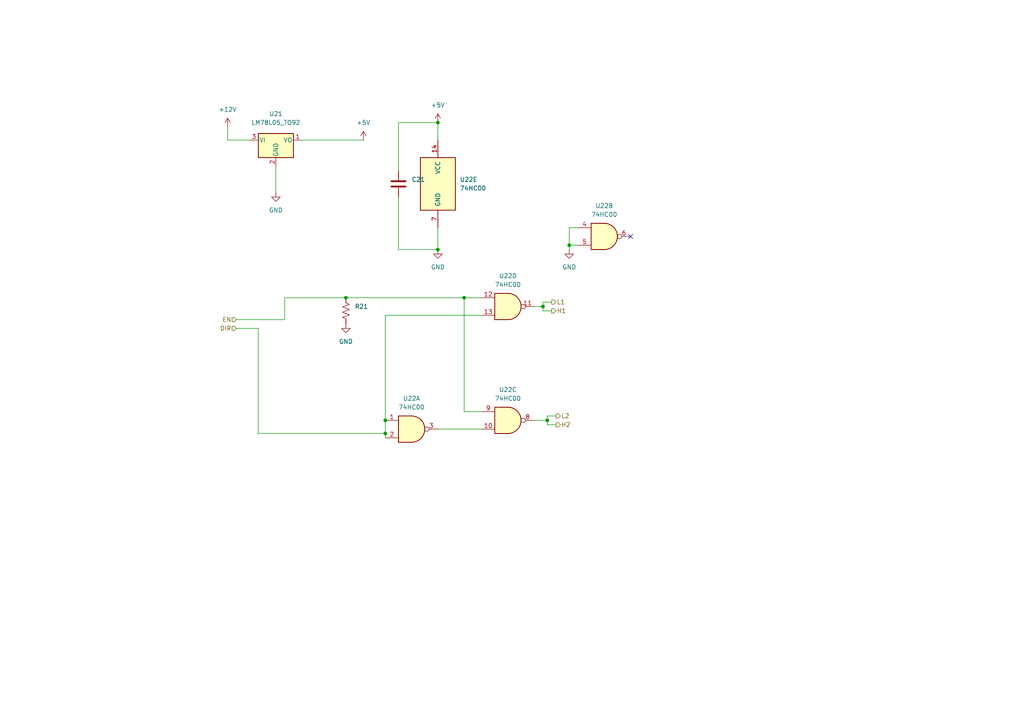
<source format=kicad_sch>
(kicad_sch (version 20211123) (generator eeschema)
  (paper "A4")
  (lib_symbols
    (symbol "74xx:74HC00" (pin_names (offset 1.016))
      (property "Reference" "U" (at 0 1.27 0))
      (property "Value" "74HC00" (at 0 -1.27 0))
      (symbol "74HC00_1_1"
        (arc (start 0 -3.81) (mid 3.81 0) (end 0 3.81) (stroke (width 0.254)) (fill (type background)))
        (polyline (pts (xy 0 3.81) (xy -3.81 3.81) (xy -3.81 -3.81) (xy 0 -3.81)) (stroke (width 0.254)) (fill (type background)))
        (pin input line (at -7.62 2.54 0) (length 3.81) (name "~") (number "1"))
        (pin input line (at -7.62 -2.54 0) (length 3.81) (name "~") (number "2"))
        (pin output inverted (at 7.62 0 180) (length 3.81) (name "~") (number "3"))
      )
      (symbol "74HC00_1_2"
        (arc (start -3.81 -3.81) (mid -2.589 0) (end -3.81 3.81) (stroke (width 0.254)))
        (arc (start -0.6096 -3.81) (mid 2.1842 -2.5851) (end 3.81 0) (stroke (width 0.254)) (fill (type background)))
        (polyline (pts (xy -3.81 -3.81) (xy -0.635 -3.81)) (stroke (width 0.254)) (fill (type background)))
        (polyline (pts (xy -3.81 3.81) (xy -0.635 3.81)) (stroke (width 0.254)) (fill (type background)))
        (polyline (pts (xy -0.635 3.81) (xy -3.81 3.81) (xy -3.81 3.81) (xy -3.556 3.4036) (xy -3.0226 2.2606) (xy -2.6924 1.0414) (xy -2.6162 -0.254) (xy -2.7686 -1.4986) (xy -3.175 -2.7178) (xy -3.81 -3.81) (xy -3.81 -3.81) (xy -0.635 -3.81)) (stroke (width -25.4)) (fill (type background)))
        (arc (start 3.81 0) (mid 2.1915 2.5936) (end -0.6096 3.81) (stroke (width 0.254)) (fill (type background)))
        (pin input inverted (at -7.62 2.54 0) (length 4.318) (name "~") (number "1"))
        (pin input inverted (at -7.62 -2.54 0) (length 4.318) (name "~") (number "2"))
        (pin output line (at 7.62 0 180) (length 3.81) (name "~") (number "3"))
      )
      (symbol "74HC00_2_1"
        (arc (start 0 -3.81) (mid 3.81 0) (end 0 3.81) (stroke (width 0.254)) (fill (type background)))
        (polyline (pts (xy 0 3.81) (xy -3.81 3.81) (xy -3.81 -3.81) (xy 0 -3.81)) (stroke (width 0.254)) (fill (type background)))
        (pin input line (at -7.62 2.54 0) (length 3.81) (name "~") (number "4"))
        (pin input line (at -7.62 -2.54 0) (length 3.81) (name "~") (number "5"))
        (pin output inverted (at 7.62 0 180) (length 3.81) (name "~") (number "6"))
      )
      (symbol "74HC00_2_2"
        (arc (start -3.81 -3.81) (mid -2.589 0) (end -3.81 3.81) (stroke (width 0.254)))
        (arc (start -0.6096 -3.81) (mid 2.1842 -2.5851) (end 3.81 0) (stroke (width 0.254)) (fill (type background)))
        (polyline (pts (xy -3.81 -3.81) (xy -0.635 -3.81)) (stroke (width 0.254)) (fill (type background)))
        (polyline (pts (xy -3.81 3.81) (xy -0.635 3.81)) (stroke (width 0.254)) (fill (type background)))
        (polyline (pts (xy -0.635 3.81) (xy -3.81 3.81) (xy -3.81 3.81) (xy -3.556 3.4036) (xy -3.0226 2.2606) (xy -2.6924 1.0414) (xy -2.6162 -0.254) (xy -2.7686 -1.4986) (xy -3.175 -2.7178) (xy -3.81 -3.81) (xy -3.81 -3.81) (xy -0.635 -3.81)) (stroke (width -25.4)) (fill (type background)))
        (arc (start 3.81 0) (mid 2.1915 2.5936) (end -0.6096 3.81) (stroke (width 0.254)) (fill (type background)))
        (pin input inverted (at -7.62 2.54 0) (length 4.318) (name "~") (number "4"))
        (pin input inverted (at -7.62 -2.54 0) (length 4.318) (name "~") (number "5"))
        (pin output line (at 7.62 0 180) (length 3.81) (name "~") (number "6"))
      )
      (symbol "74HC00_3_1"
        (arc (start 0 -3.81) (mid 3.81 0) (end 0 3.81) (stroke (width 0.254)) (fill (type background)))
        (polyline (pts (xy 0 3.81) (xy -3.81 3.81) (xy -3.81 -3.81) (xy 0 -3.81)) (stroke (width 0.254)) (fill (type background)))
        (pin input line (at -7.62 -2.54 0) (length 3.81) (name "~") (number "10"))
        (pin output inverted (at 7.62 0 180) (length 3.81) (name "~") (number "8"))
        (pin input line (at -7.62 2.54 0) (length 3.81) (name "~") (number "9"))
      )
      (symbol "74HC00_3_2"
        (arc (start -3.81 -3.81) (mid -2.589 0) (end -3.81 3.81) (stroke (width 0.254)))
        (arc (start -0.6096 -3.81) (mid 2.1842 -2.5851) (end 3.81 0) (stroke (width 0.254)) (fill (type background)))
        (polyline (pts (xy -3.81 -3.81) (xy -0.635 -3.81)) (stroke (width 0.254)) (fill (type background)))
        (polyline (pts (xy -3.81 3.81) (xy -0.635 3.81)) (stroke (width 0.254)) (fill (type background)))
        (polyline (pts (xy -0.635 3.81) (xy -3.81 3.81) (xy -3.81 3.81) (xy -3.556 3.4036) (xy -3.0226 2.2606) (xy -2.6924 1.0414) (xy -2.6162 -0.254) (xy -2.7686 -1.4986) (xy -3.175 -2.7178) (xy -3.81 -3.81) (xy -3.81 -3.81) (xy -0.635 -3.81)) (stroke (width -25.4)) (fill (type background)))
        (arc (start 3.81 0) (mid 2.1915 2.5936) (end -0.6096 3.81) (stroke (width 0.254)) (fill (type background)))
        (pin input inverted (at -7.62 -2.54 0) (length 4.318) (name "~") (number "10"))
        (pin output line (at 7.62 0 180) (length 3.81) (name "~") (number "8"))
        (pin input inverted (at -7.62 2.54 0) (length 4.318) (name "~") (number "9"))
      )
      (symbol "74HC00_4_1"
        (arc (start 0 -3.81) (mid 3.81 0) (end 0 3.81) (stroke (width 0.254)) (fill (type background)))
        (polyline (pts (xy 0 3.81) (xy -3.81 3.81) (xy -3.81 -3.81) (xy 0 -3.81)) (stroke (width 0.254)) (fill (type background)))
        (pin output inverted (at 7.62 0 180) (length 3.81) (name "~") (number "11"))
        (pin input line (at -7.62 2.54 0) (length 3.81) (name "~") (number "12"))
        (pin input line (at -7.62 -2.54 0) (length 3.81) (name "~") (number "13"))
      )
      (symbol "74HC00_4_2"
        (arc (start -3.81 -3.81) (mid -2.589 0) (end -3.81 3.81) (stroke (width 0.254)))
        (arc (start -0.6096 -3.81) (mid 2.1842 -2.5851) (end 3.81 0) (stroke (width 0.254)) (fill (type background)))
        (polyline (pts (xy -3.81 -3.81) (xy -0.635 -3.81)) (stroke (width 0.254)) (fill (type background)))
        (polyline (pts (xy -3.81 3.81) (xy -0.635 3.81)) (stroke (width 0.254)) (fill (type background)))
        (polyline (pts (xy -0.635 3.81) (xy -3.81 3.81) (xy -3.81 3.81) (xy -3.556 3.4036) (xy -3.0226 2.2606) (xy -2.6924 1.0414) (xy -2.6162 -0.254) (xy -2.7686 -1.4986) (xy -3.175 -2.7178) (xy -3.81 -3.81) (xy -3.81 -3.81) (xy -0.635 -3.81)) (stroke (width -25.4)) (fill (type background)))
        (arc (start 3.81 0) (mid 2.1915 2.5936) (end -0.6096 3.81) (stroke (width 0.254)) (fill (type background)))
        (pin output line (at 7.62 0 180) (length 3.81) (name "~") (number "11"))
        (pin input inverted (at -7.62 2.54 0) (length 4.318) (name "~") (number "12"))
        (pin input inverted (at -7.62 -2.54 0) (length 4.318) (name "~") (number "13"))
      )
      (symbol "74HC00_5_0"
        (pin power_in line (at 0 12.7 270) (length 5.08) (name "VCC") (number "14"))
        (pin power_in line (at 0 -12.7 90) (length 5.08) (name "GND") (number "7"))
      )
      (symbol "74HC00_5_1"
        (rectangle (start -5.08 7.62) (end 5.08 -7.62) (stroke (width 0.254)) (fill (type background)))
      )
    )
    (symbol "Device:C" (pin_numbers hide) (pin_names (offset 0.254))
      (property "Reference" "C" (at 0.635 2.54 0))
      (property "Value" "C" (at 0.635 -2.54 0))
      (symbol "C_0_1"
        (polyline (pts (xy -2.032 -0.762) (xy 2.032 -0.762)) (stroke (width 0.508)))
        (polyline (pts (xy -2.032 0.762) (xy 2.032 0.762)) (stroke (width 0.508)))
      )
      (symbol "C_1_1"
        (pin passive line (at 0 3.81 270) (length 2.794) (name "~") (number "1"))
        (pin passive line (at 0 -3.81 90) (length 2.794) (name "~") (number "2"))
      )
    )
    (symbol "Device:R_US" (pin_numbers hide) (pin_names (offset 0))
      (property "Reference" "R" (at 2.54 0 90))
      (property "Value" "R_US" (at -2.54 0 90))
      (symbol "R_US_0_1"
        (polyline (pts (xy 0 -2.286) (xy 0 -2.54)))
        (polyline (pts (xy 0 2.286) (xy 0 2.54)))
        (polyline (pts (xy 0 -0.762) (xy 1.016 -1.143) (xy 0 -1.524) (xy -1.016 -1.905) (xy 0 -2.286)))
        (polyline (pts (xy 0 0.762) (xy 1.016 0.381) (xy 0 0) (xy -1.016 -0.381) (xy 0 -0.762)))
        (polyline (pts (xy 0 2.286) (xy 1.016 1.905) (xy 0 1.524) (xy -1.016 1.143) (xy 0 0.762)))
      )
      (symbol "R_US_1_1"
        (pin passive line (at 0 3.81 270) (length 1.27) (name "~") (number "1"))
        (pin passive line (at 0 -3.81 90) (length 1.27) (name "~") (number "2"))
      )
    )
    (symbol "Regulator_Linear:LM78L05_TO92" (pin_names (offset 0.254))
      (property "Reference" "U" (at -3.81 3.175 0))
      (property "Value" "LM78L05_TO92" (at 0 3.175 0))
      (symbol "LM78L05_TO92_0_1"
        (rectangle (start -5.08 -5.08) (end 5.08 1.905) (stroke (width 0.254)) (fill (type background)))
      )
      (symbol "LM78L05_TO92_1_1"
        (pin power_out line (at 7.62 0 180) (length 2.54) (name "VO") (number "1"))
        (pin power_in line (at 0 -7.62 90) (length 2.54) (name "GND") (number "2"))
        (pin power_in line (at -7.62 0 0) (length 2.54) (name "VI") (number "3"))
      )
    )
    (symbol "power:+12V" (power) (pin_names (offset 0))
      (property "Value" "+12V" (at 0 3.556 0))
      (symbol "+12V_0_1"
        (polyline (pts (xy -0.762 1.27) (xy 0 2.54)))
        (polyline (pts (xy 0 0) (xy 0 2.54)))
        (polyline (pts (xy 0 2.54) (xy 0.762 1.27)))
      )
      (symbol "+12V_1_1"
        (pin power_in line (at 0 0 90) (length 0) hide (name "+12V") (number "1"))
      )
    )
    (symbol "power:+5V" (power) (pin_names (offset 0))
      (property "Value" "+5V" (at 0 3.556 0))
      (symbol "+5V_0_1"
        (polyline (pts (xy -0.762 1.27) (xy 0 2.54)))
        (polyline (pts (xy 0 0) (xy 0 2.54)))
        (polyline (pts (xy 0 2.54) (xy 0.762 1.27)))
      )
      (symbol "+5V_1_1"
        (pin power_in line (at 0 0 90) (length 0) hide (name "+5V") (number "1"))
      )
    )
    (symbol "power:GND" (power) (pin_names (offset 0))
      (property "Value" "GND" (at 0 -3.81 0))
      (symbol "GND_0_1"
        (polyline (pts (xy 0 0) (xy 0 -1.27) (xy 1.27 -1.27) (xy 0 -2.54) (xy -1.27 -1.27) (xy 0 -1.27)))
      )
      (symbol "GND_1_1"
        (pin power_in line (at 0 0 270) (length 0) hide (name "GND") (number "1"))
      )
    )
  )
  (junction (at 165.1 71.12))
  (junction (at 127 72.39))
  (junction (at 111.76 121.92))
  (junction (at 127 35.56))
  (junction (at 111.76 125.73))
  (junction (at 157.48 88.9))
  (junction (at 100.33 86.36))
  (junction (at 158.75 121.92))
  (junction (at 134.62 86.36))
  (no_connect (at 182.88 68.58))
  (wire (pts (xy 158.75 120.65) (xy 158.75 121.92)))
  (wire (pts (xy 154.94 88.9) (xy 157.48 88.9)))
  (wire (pts (xy 111.76 121.92) (xy 111.76 125.73)))
  (wire (pts (xy 111.76 125.73) (xy 111.76 127)))
  (wire (pts (xy 87.63 40.64) (xy 105.41 40.64)))
  (wire (pts (xy 161.29 120.65) (xy 158.75 120.65)))
  (wire (pts (xy 66.04 40.64) (xy 72.39 40.64)))
  (wire (pts (xy 82.55 86.36) (xy 82.55 92.71)))
  (wire (pts (xy 82.55 86.36) (xy 100.33 86.36)))
  (wire (pts (xy 167.64 66.04) (xy 165.1 66.04)))
  (wire (pts (xy 74.93 125.73) (xy 111.76 125.73)))
  (wire (pts (xy 127 35.56) (xy 127 40.64)))
  (wire (pts (xy 157.48 87.63) (xy 157.48 88.9)))
  (wire (pts (xy 134.62 86.36) (xy 139.7 86.36)))
  (wire (pts (xy 115.57 57.15) (xy 115.57 72.39)))
  (wire (pts (xy 127 35.56) (xy 115.57 35.56)))
  (wire (pts (xy 80.01 48.26) (xy 80.01 55.88)))
  (wire (pts (xy 68.58 92.71) (xy 82.55 92.71)))
  (wire (pts (xy 134.62 119.38) (xy 134.62 86.36)))
  (wire (pts (xy 115.57 72.39) (xy 127 72.39)))
  (wire (pts (xy 127 66.04) (xy 127 72.39)))
  (wire (pts (xy 139.7 119.38) (xy 134.62 119.38)))
  (wire (pts (xy 100.33 86.36) (xy 134.62 86.36)))
  (wire (pts (xy 165.1 71.12) (xy 165.1 72.39)))
  (wire (pts (xy 157.48 88.9) (xy 157.48 90.17)))
  (wire (pts (xy 158.75 123.19) (xy 161.29 123.19)))
  (wire (pts (xy 165.1 66.04) (xy 165.1 71.12)))
  (wire (pts (xy 127 124.46) (xy 139.7 124.46)))
  (wire (pts (xy 111.76 91.44) (xy 111.76 121.92)))
  (wire (pts (xy 158.75 121.92) (xy 158.75 123.19)))
  (wire (pts (xy 165.1 71.12) (xy 167.64 71.12)))
  (wire (pts (xy 68.58 95.25) (xy 74.93 95.25)))
  (wire (pts (xy 154.94 121.92) (xy 158.75 121.92)))
  (wire (pts (xy 115.57 35.56) (xy 115.57 49.53)))
  (wire (pts (xy 160.02 87.63) (xy 157.48 87.63)))
  (wire (pts (xy 74.93 95.25) (xy 74.93 125.73)))
  (wire (pts (xy 139.7 91.44) (xy 111.76 91.44)))
  (wire (pts (xy 66.04 36.83) (xy 66.04 40.64)))
  (wire (pts (xy 157.48 90.17) (xy 160.02 90.17)))
  (hierarchical_label "DIR" (shape input) (at 68.58 95.25 180))
  (hierarchical_label "H2" (shape output) (at 161.29 123.19 0))
  (hierarchical_label "H1" (shape output) (at 160.02 90.17 0))
  (hierarchical_label "L2" (shape output) (at 161.29 120.65 0))
  (hierarchical_label "EN" (shape input) (at 68.58 92.71 180))
  (hierarchical_label "L1" (shape output) (at 160.02 87.63 0))
  (symbol (lib_id "74xx:74HC00") (at 175.26 68.58 0) (unit 2)
    (property "Reference" "U22" (at 175.26 59.69 0))
    (property "Value" "74HC00" (at 175.26 62.23 0))
    (property "Footprint" "Package_DIP:DIP-14_W7.62mm_Socket" (effects hide))
    (property "Datasheet" "http://www.ti.com/lit/gpn/sn74hc00" (effects hide))
  )
  (symbol (lib_id "power:+12V") (at 66.04 36.83 0) (unit 1)
    (property "Reference" "#PWR021" (effects hide))
    (property "Value" "+12V" (at 66.04 31.75 0))
  )
  (symbol (lib_id "power:+5V") (at 105.41 40.64 0) (unit 1)
    (property "Reference" "#PWR032" (effects hide))
    (property "Value" "+5V" (at 105.41 35.56 0))
  )
  (symbol (lib_id "74xx:74HC00") (at 127 53.34 0) (unit 5)
    (property "Reference" "U22" (at 133.35 52.0699 0) (effects (justify left)))
    (property "Value" "74HC00" (at 133.35 54.6099 0) (effects (justify left)))
    (property "Footprint" "Package_DIP:DIP-14_W7.62mm_Socket" (effects hide))
    (property "Datasheet" "http://www.ti.com/lit/gpn/sn74hc00" (effects hide))
  )
  (symbol (lib_id "74xx:74HC00") (at 147.32 88.9 0) (unit 4)
    (property "Reference" "U22" (at 147.32 80.01 0))
    (property "Value" "74HC00" (at 147.32 82.55 0))
    (property "Footprint" "Package_DIP:DIP-14_W7.62mm_Socket" (effects hide))
    (property "Datasheet" "http://www.ti.com/lit/gpn/sn74hc00" (effects hide))
  )
  (symbol (lib_id "power:GND") (at 165.1 72.39 0) (unit 1)
    (property "Reference" "#PWR0108" (effects hide))
  )
  (symbol (lib_id "power:+5V") (at 127 35.56 0) (unit 1)
    (property "Reference" "#PWR033" (effects hide))
    (property "Value" "+5V" (at 127 30.48 0))
  )
  (symbol (lib_id "74xx:74HC00") (at 147.32 121.92 0) (unit 3)
    (property "Reference" "U22" (at 147.32 113.03 0))
    (property "Value" "74HC00" (at 147.32 115.57 0))
    (property "Footprint" "Package_DIP:DIP-14_W7.62mm_Socket" (effects hide))
    (property "Datasheet" "http://www.ti.com/lit/gpn/sn74hc00" (effects hide))
  )
  (symbol (lib_id "Device:C") (at 115.57 53.34 0) (unit 1)
    (property "Reference" "C21" (at 119.38 52.0699 0) (effects (justify left)))
  )
  (symbol (lib_id "power:GND") (at 127 72.39 0) (unit 1)
    (property "Reference" "#PWR034" (effects hide))
    (property "Value" "GND" (at 127 77.47 0))
  )
  (symbol (lib_id "74xx:74HC00") (at 119.38 124.46 0) (unit 1)
    (property "Reference" "U22" (at 119.38 115.57 0))
    (property "Value" "74HC00" (at 119.38 118.11 0))
    (property "Footprint" "Package_DIP:DIP-14_W7.62mm_Socket" (effects hide))
    (property "Datasheet" "http://www.ti.com/lit/gpn/sn74hc00" (effects hide))
  )
  (symbol (lib_id "power:GND") (at 80.01 55.88 0) (unit 1)
    (property "Reference" "#PWR025" (effects hide))
    (property "Value" "GND" (at 80.01 60.96 0))
  )
  (symbol (lib_id "Device:R_US") (at 100.33 90.17 0) (unit 1)
    (property "Reference" "R21" (at 102.87 88.8999 0) (effects (justify left)))
  )
  (symbol (lib_id "Regulator_Linear:LM78L05_TO92") (at 80.01 40.64 0) (unit 1)
    (property "Reference" "U21" (at 80.01 33.02 0))
    (property "Value" "LM78L05_TO92" (at 80.01 35.56 0))
    (property "Datasheet" "https://www.onsemi.com/pub/Collateral/MC78L06A-D.pdf" (effects hide))
  )
  (symbol (lib_id "power:GND") (at 100.33 93.98 0) (unit 1)
    (property "Reference" "#PWR0105" (effects hide))
  )
)
</source>
